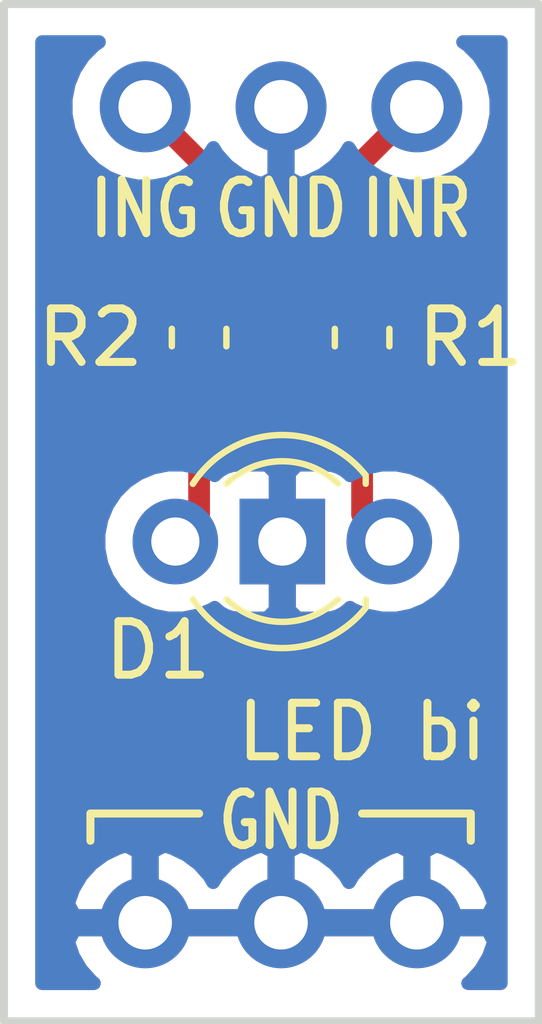
<source format=kicad_pcb>
(kicad_pcb (version 20171130) (host pcbnew "(5.1.9-0-10_14)")

  (general
    (thickness 1.6)
    (drawings 13)
    (tracks 8)
    (zones 0)
    (modules 5)
    (nets 6)
  )

  (page A4)
  (layers
    (0 F.Cu signal)
    (31 B.Cu signal)
    (32 B.Adhes user)
    (33 F.Adhes user)
    (34 B.Paste user)
    (35 F.Paste user)
    (36 B.SilkS user)
    (37 F.SilkS user)
    (38 B.Mask user)
    (39 F.Mask user)
    (40 Dwgs.User user)
    (41 Cmts.User user)
    (42 Eco1.User user)
    (43 Eco2.User user)
    (44 Edge.Cuts user)
    (45 Margin user)
    (46 B.CrtYd user hide)
    (47 F.CrtYd user hide)
    (48 B.Fab user hide)
    (49 F.Fab user hide)
  )

  (setup
    (last_trace_width 0.1524)
    (user_trace_width 0.1524)
    (user_trace_width 0.254)
    (user_trace_width 0.4064)
    (user_trace_width 0.635)
    (trace_clearance 0.1524)
    (zone_clearance 0.508)
    (zone_45_only no)
    (trace_min 0.1524)
    (via_size 0.6858)
    (via_drill 0.3048)
    (via_min_size 0.6858)
    (via_min_drill 0.3048)
    (uvia_size 0.3048)
    (uvia_drill 0.1524)
    (uvias_allowed no)
    (uvia_min_size 0.2)
    (uvia_min_drill 0.1)
    (edge_width 0.15)
    (segment_width 0.15)
    (pcb_text_width 0.3)
    (pcb_text_size 1.5 1.5)
    (mod_edge_width 0.15)
    (mod_text_size 1 1)
    (mod_text_width 0.15)
    (pad_size 1.524 1.524)
    (pad_drill 0.762)
    (pad_to_mask_clearance 0.2)
    (aux_axis_origin 0 0)
    (visible_elements FFFFFF7F)
    (pcbplotparams
      (layerselection 0x010fc_ffffffff)
      (usegerberextensions false)
      (usegerberattributes false)
      (usegerberadvancedattributes false)
      (creategerberjobfile false)
      (excludeedgelayer true)
      (linewidth 0.100000)
      (plotframeref false)
      (viasonmask false)
      (mode 1)
      (useauxorigin false)
      (hpglpennumber 1)
      (hpglpenspeed 20)
      (hpglpendiameter 15.000000)
      (psnegative false)
      (psa4output false)
      (plotreference true)
      (plotvalue true)
      (plotinvisibletext false)
      (padsonsilk false)
      (subtractmaskfromsilk false)
      (outputformat 1)
      (mirror false)
      (drillshape 1)
      (scaleselection 1)
      (outputdirectory ""))
  )

  (net 0 "")
  (net 1 GND)
  (net 2 "Net-(D1-Pad1)")
  (net 3 "Net-(D1-Pad3)")
  (net 4 ING)
  (net 5 INR)

  (net_class Default "This is the default net class."
    (clearance 0.1524)
    (trace_width 0.1524)
    (via_dia 0.6858)
    (via_drill 0.3048)
    (uvia_dia 0.3048)
    (uvia_drill 0.1524)
    (diff_pair_width 0.1524)
    (diff_pair_gap 0.1524)
    (add_net GND)
    (add_net ING)
    (add_net INR)
    (add_net "Net-(D1-Pad1)")
    (add_net "Net-(D1-Pad3)")
  )

  (module Connector_PinHeader_2.54mm:PinHeader_1x03_P2.54mm_Vertical (layer B.Cu) (tedit 5FD63A49) (tstamp 5FD70062)
    (at 103.64 73.16 270)
    (descr "Through hole straight pin header, 1x03, 2.54mm pitch, single row")
    (tags "Through hole pin header THT 1x03 2.54mm single row")
    (path /5FD63850)
    (fp_text reference J2 (at 0 2.33 270) (layer B.SilkS) hide
      (effects (font (size 1 1) (thickness 0.15)) (justify mirror))
    )
    (fp_text value GND (at 0 -7.41 270) (layer B.Fab)
      (effects (font (size 1 1) (thickness 0.15)) (justify mirror))
    )
    (fp_line (start -0.635 1.27) (end 1.27 1.27) (layer B.Fab) (width 0.1))
    (fp_line (start 1.27 1.27) (end 1.27 -6.35) (layer B.Fab) (width 0.1))
    (fp_line (start 1.27 -6.35) (end -1.27 -6.35) (layer B.Fab) (width 0.1))
    (fp_line (start -1.27 -6.35) (end -1.27 0.635) (layer B.Fab) (width 0.1))
    (fp_line (start -1.27 0.635) (end -0.635 1.27) (layer B.Fab) (width 0.1))
    (fp_line (start -1.8 1.8) (end -1.8 -6.85) (layer B.CrtYd) (width 0.05))
    (fp_line (start -1.8 -6.85) (end 1.8 -6.85) (layer B.CrtYd) (width 0.05))
    (fp_line (start 1.8 -6.85) (end 1.8 1.8) (layer B.CrtYd) (width 0.05))
    (fp_line (start 1.8 1.8) (end -1.8 1.8) (layer B.CrtYd) (width 0.05))
    (fp_text user %R (at 0 -2.54 180) (layer B.Fab)
      (effects (font (size 1 1) (thickness 0.15)) (justify mirror))
    )
    (pad 3 thru_hole oval (at 0 -5.08 270) (size 1.7 1.7) (drill 1) (layers *.Cu *.Mask)
      (net 1 GND))
    (pad 2 thru_hole oval (at 0 -2.54 270) (size 1.7 1.7) (drill 1) (layers *.Cu *.Mask)
      (net 1 GND))
    (pad 1 thru_hole oval (at 0 0 270) (size 1.7 1.7) (drill 1) (layers *.Cu *.Mask)
      (net 1 GND))
    (model ${KISYS3DMOD}/Connector_PinHeader_2.54mm.3dshapes/PinHeader_1x03_P2.54mm_Vertical.wrl
      (at (xyz 0 0 0))
      (scale (xyz 1 1 1))
      (rotate (xyz 0 0 0))
    )
  )

  (module LED_THT:LED_D3.0mm-3 (layer F.Cu) (tedit 5FD63A24) (tstamp 5FD70039)
    (at 108.704 66.04 180)
    (descr "LED, diameter 3.0mm, 2 pins, diameter 3.0mm, 3 pins, http://www.kingbright.com/attachments/file/psearch/000/00/00/L-3VSURKCGKC(Ver.8A).pdf")
    (tags "LED diameter 3.0mm 2 pins diameter 3.0mm 3 pins")
    (path /5FD639C8)
    (fp_text reference D1 (at 4.826 -2.032 180) (layer F.SilkS)
      (effects (font (size 1 1) (thickness 0.15)))
    )
    (fp_text value LED_Dual_ACA (at 2.54 2.96 180) (layer F.Fab)
      (effects (font (size 1 1) (thickness 0.15)))
    )
    (fp_line (start 6.21 -2.25) (end -1.19 -2.25) (layer F.CrtYd) (width 0.05))
    (fp_line (start 6.21 2.25) (end 6.21 -2.25) (layer F.CrtYd) (width 0.05))
    (fp_line (start -1.19 2.25) (end 6.21 2.25) (layer F.CrtYd) (width 0.05))
    (fp_line (start -1.19 -2.25) (end -1.19 2.25) (layer F.CrtYd) (width 0.05))
    (fp_line (start 0.94 1.08) (end 0.94 1.236) (layer F.SilkS) (width 0.12))
    (fp_line (start 0.94 -1.236) (end 0.94 -1.08) (layer F.SilkS) (width 0.12))
    (fp_line (start 1 -1.16619) (end 1 1.16619) (layer F.Fab) (width 0.1))
    (fp_circle (center 2.5 0) (end 4 0) (layer F.Fab) (width 0.1))
    (fp_arc (start 2.5 0) (end 1 -1.16619) (angle 284.3) (layer F.Fab) (width 0.1))
    (fp_arc (start 2.5 0) (end 0.94 -1.235516) (angle 108.8) (layer F.SilkS) (width 0.12))
    (fp_arc (start 2.5 0) (end 0.94 1.235516) (angle -108.8) (layer F.SilkS) (width 0.12))
    (fp_arc (start 2.5 0) (end 1.459039 -1.08) (angle 87.9) (layer F.SilkS) (width 0.12))
    (fp_arc (start 2.5 0) (end 1.459039 1.08) (angle -87.9) (layer F.SilkS) (width 0.12))
    (pad 1 thru_hole circle (at 0.5 0 180) (size 1.6 1.6) (drill 0.9) (layers *.Cu *.Mask)
      (net 2 "Net-(D1-Pad1)"))
    (pad 2 thru_hole rect (at 2.5 0 180) (size 1.6 1.6) (drill 0.9) (layers *.Cu *.Mask)
      (net 1 GND))
    (pad 3 thru_hole circle (at 4.5 0 180) (size 1.6 1.6) (drill 0.9) (layers *.Cu *.Mask)
      (net 3 "Net-(D1-Pad3)"))
    (model ${KISYS3DMOD}/LED_THT.3dshapes/LED_D3.0mm-3.wrl
      (at (xyz 0 0 0))
      (scale (xyz 1 1 1))
      (rotate (xyz 0 0 0))
    )
  )

  (module Connector_PinHeader_2.54mm:PinHeader_1x03_P2.54mm_Vertical (layer B.Cu) (tedit 5FD6398B) (tstamp 5FD7004C)
    (at 103.64 57.92 270)
    (descr "Through hole straight pin header, 1x03, 2.54mm pitch, single row")
    (tags "Through hole pin header THT 1x03 2.54mm single row")
    (path /5FD25C62)
    (fp_text reference J1 (at 0 2.33 270) (layer B.SilkS) hide
      (effects (font (size 1 1) (thickness 0.15)) (justify mirror))
    )
    (fp_text value IN (at 0 -7.41 270) (layer B.Fab)
      (effects (font (size 1 1) (thickness 0.15)) (justify mirror))
    )
    (fp_line (start 1.8 1.8) (end -1.8 1.8) (layer B.CrtYd) (width 0.05))
    (fp_line (start 1.8 -6.85) (end 1.8 1.8) (layer B.CrtYd) (width 0.05))
    (fp_line (start -1.8 -6.85) (end 1.8 -6.85) (layer B.CrtYd) (width 0.05))
    (fp_line (start -1.8 1.8) (end -1.8 -6.85) (layer B.CrtYd) (width 0.05))
    (fp_line (start -1.27 0.635) (end -0.635 1.27) (layer B.Fab) (width 0.1))
    (fp_line (start -1.27 -6.35) (end -1.27 0.635) (layer B.Fab) (width 0.1))
    (fp_line (start 1.27 -6.35) (end -1.27 -6.35) (layer B.Fab) (width 0.1))
    (fp_line (start 1.27 1.27) (end 1.27 -6.35) (layer B.Fab) (width 0.1))
    (fp_line (start -0.635 1.27) (end 1.27 1.27) (layer B.Fab) (width 0.1))
    (fp_text user %R (at 0 -2.54 180) (layer B.Fab)
      (effects (font (size 1 1) (thickness 0.15)) (justify mirror))
    )
    (pad 1 thru_hole oval (at 0 0 270) (size 1.7 1.7) (drill 1) (layers *.Cu *.Mask)
      (net 4 ING))
    (pad 2 thru_hole oval (at 0 -2.54 270) (size 1.7 1.7) (drill 1) (layers *.Cu *.Mask)
      (net 1 GND))
    (pad 3 thru_hole oval (at 0 -5.08 270) (size 1.7 1.7) (drill 1) (layers *.Cu *.Mask)
      (net 5 INR))
    (model ${KISYS3DMOD}/Connector_PinHeader_2.54mm.3dshapes/PinHeader_1x03_P2.54mm_Vertical.wrl
      (at (xyz 0 0 0))
      (scale (xyz 1 1 1))
      (rotate (xyz 0 0 0))
    )
  )

  (module Resistor_SMD:R_0603_1608Metric (layer F.Cu) (tedit 5B301BBD) (tstamp 5FD6F9D7)
    (at 107.696 62.23 90)
    (descr "Resistor SMD 0603 (1608 Metric), square (rectangular) end terminal, IPC_7351 nominal, (Body size source: http://www.tortai-tech.com/upload/download/2011102023233369053.pdf), generated with kicad-footprint-generator")
    (tags resistor)
    (path /5FD63B4A)
    (attr smd)
    (fp_text reference R1 (at 0 2.032) (layer F.SilkS)
      (effects (font (size 1 1) (thickness 0.15)))
    )
    (fp_text value 100 (at 0 1.43 90) (layer F.Fab)
      (effects (font (size 1 1) (thickness 0.15)))
    )
    (fp_line (start 1.48 0.73) (end -1.48 0.73) (layer F.CrtYd) (width 0.05))
    (fp_line (start 1.48 -0.73) (end 1.48 0.73) (layer F.CrtYd) (width 0.05))
    (fp_line (start -1.48 -0.73) (end 1.48 -0.73) (layer F.CrtYd) (width 0.05))
    (fp_line (start -1.48 0.73) (end -1.48 -0.73) (layer F.CrtYd) (width 0.05))
    (fp_line (start -0.162779 0.51) (end 0.162779 0.51) (layer F.SilkS) (width 0.12))
    (fp_line (start -0.162779 -0.51) (end 0.162779 -0.51) (layer F.SilkS) (width 0.12))
    (fp_line (start 0.8 0.4) (end -0.8 0.4) (layer F.Fab) (width 0.1))
    (fp_line (start 0.8 -0.4) (end 0.8 0.4) (layer F.Fab) (width 0.1))
    (fp_line (start -0.8 -0.4) (end 0.8 -0.4) (layer F.Fab) (width 0.1))
    (fp_line (start -0.8 0.4) (end -0.8 -0.4) (layer F.Fab) (width 0.1))
    (fp_text user %R (at 0 0 90) (layer F.Fab)
      (effects (font (size 0.4 0.4) (thickness 0.06)))
    )
    (pad 1 smd roundrect (at -0.7875 0 90) (size 0.875 0.95) (layers F.Cu F.Paste F.Mask) (roundrect_rratio 0.25)
      (net 2 "Net-(D1-Pad1)"))
    (pad 2 smd roundrect (at 0.7875 0 90) (size 0.875 0.95) (layers F.Cu F.Paste F.Mask) (roundrect_rratio 0.25)
      (net 5 INR))
    (model ${KISYS3DMOD}/Resistor_SMD.3dshapes/R_0603_1608Metric.wrl
      (at (xyz 0 0 0))
      (scale (xyz 1 1 1))
      (rotate (xyz 0 0 0))
    )
  )

  (module Resistor_SMD:R_0603_1608Metric (layer F.Cu) (tedit 5B301BBD) (tstamp 5FD70088)
    (at 104.648 62.23 90)
    (descr "Resistor SMD 0603 (1608 Metric), square (rectangular) end terminal, IPC_7351 nominal, (Body size source: http://www.tortai-tech.com/upload/download/2011102023233369053.pdf), generated with kicad-footprint-generator")
    (tags resistor)
    (path /5FD63B7D)
    (attr smd)
    (fp_text reference R2 (at 0 -2.032 180) (layer F.SilkS)
      (effects (font (size 1 1) (thickness 0.15)))
    )
    (fp_text value 100 (at 0 1.43 90) (layer F.Fab)
      (effects (font (size 1 1) (thickness 0.15)))
    )
    (fp_line (start 1.48 0.73) (end -1.48 0.73) (layer F.CrtYd) (width 0.05))
    (fp_line (start 1.48 -0.73) (end 1.48 0.73) (layer F.CrtYd) (width 0.05))
    (fp_line (start -1.48 -0.73) (end 1.48 -0.73) (layer F.CrtYd) (width 0.05))
    (fp_line (start -1.48 0.73) (end -1.48 -0.73) (layer F.CrtYd) (width 0.05))
    (fp_line (start -0.162779 0.51) (end 0.162779 0.51) (layer F.SilkS) (width 0.12))
    (fp_line (start -0.162779 -0.51) (end 0.162779 -0.51) (layer F.SilkS) (width 0.12))
    (fp_line (start 0.8 0.4) (end -0.8 0.4) (layer F.Fab) (width 0.1))
    (fp_line (start 0.8 -0.4) (end 0.8 0.4) (layer F.Fab) (width 0.1))
    (fp_line (start -0.8 -0.4) (end 0.8 -0.4) (layer F.Fab) (width 0.1))
    (fp_line (start -0.8 0.4) (end -0.8 -0.4) (layer F.Fab) (width 0.1))
    (fp_text user %R (at 0 0 90) (layer F.Fab)
      (effects (font (size 0.4 0.4) (thickness 0.06)))
    )
    (pad 1 smd roundrect (at -0.7875 0 90) (size 0.875 0.95) (layers F.Cu F.Paste F.Mask) (roundrect_rratio 0.25)
      (net 3 "Net-(D1-Pad3)"))
    (pad 2 smd roundrect (at 0.7875 0 90) (size 0.875 0.95) (layers F.Cu F.Paste F.Mask) (roundrect_rratio 0.25)
      (net 4 ING))
    (model ${KISYS3DMOD}/Resistor_SMD.3dshapes/R_0603_1608Metric.wrl
      (at (xyz 0 0 0))
      (scale (xyz 1 1 1))
      (rotate (xyz 0 0 0))
    )
  )

  (gr_line (start 109.728 71.12) (end 109.728 71.628) (layer F.SilkS) (width 0.15))
  (gr_line (start 107.696 71.12) (end 109.728 71.12) (layer F.SilkS) (width 0.15))
  (gr_line (start 102.616 71.12) (end 102.616 71.628) (layer F.SilkS) (width 0.15))
  (gr_line (start 104.648 71.12) (end 102.616 71.12) (layer F.SilkS) (width 0.15))
  (gr_text INR (at 108.72 59.825) (layer F.SilkS) (tstamp 5FD706B3)
    (effects (font (size 1 0.8) (thickness 0.15)))
  )
  (gr_text ING (at 103.64 59.825) (layer F.SilkS) (tstamp 5FD706B0)
    (effects (font (size 1 0.8) (thickness 0.15)))
  )
  (gr_text GND (at 106.18 71.255) (layer F.SilkS) (tstamp 5FD26967)
    (effects (font (size 1 0.75) (thickness 0.15)))
  )
  (gr_text GND (at 106.18 59.825) (layer F.SilkS) (tstamp 5FD2688E)
    (effects (font (size 1 0.8) (thickness 0.15)))
  )
  (gr_text "LED bi" (at 107.696 69.596) (layer F.SilkS) (tstamp 5FC9695F)
    (effects (font (size 1 0.95) (thickness 0.15)))
  )
  (gr_line (start 101 56) (end 101 75) (layer Edge.Cuts) (width 0.15))
  (gr_line (start 111 56) (end 101 56) (layer Edge.Cuts) (width 0.15))
  (gr_line (start 111 75) (end 111 56) (layer Edge.Cuts) (width 0.15))
  (gr_line (start 101 75) (end 111 75) (layer Edge.Cuts) (width 0.15))

  (segment (start 107.696 65.532) (end 108.204 66.04) (width 0.4064) (layer F.Cu) (net 2))
  (segment (start 107.696 63.0175) (end 107.696 65.532) (width 0.4064) (layer F.Cu) (net 2))
  (segment (start 104.648 65.596) (end 104.204 66.04) (width 0.4064) (layer F.Cu) (net 3))
  (segment (start 104.648 63.0175) (end 104.648 65.596) (width 0.4064) (layer F.Cu) (net 3))
  (segment (start 104.648 58.928) (end 103.64 57.92) (width 0.4064) (layer F.Cu) (net 4))
  (segment (start 104.648 61.4425) (end 104.648 58.928) (width 0.4064) (layer F.Cu) (net 4))
  (segment (start 107.696 58.944) (end 108.72 57.92) (width 0.4064) (layer F.Cu) (net 5))
  (segment (start 107.696 61.4425) (end 107.696 58.944) (width 0.4064) (layer F.Cu) (net 5))

  (zone (net 1) (net_name GND) (layer F.Cu) (tstamp 0) (hatch edge 0.508)
    (connect_pads (clearance 0.508))
    (min_thickness 0.254)
    (fill yes (arc_segments 16) (thermal_gap 0.508) (thermal_bridge_width 0.508))
    (polygon
      (pts
        (xy 101 56) (xy 111 56) (xy 111 75) (xy 101 75)
      )
    )
    (filled_polygon
      (pts
        (xy 102.693368 56.766525) (xy 102.486525 56.973368) (xy 102.32401 57.216589) (xy 102.212068 57.486842) (xy 102.155 57.77374)
        (xy 102.155 58.06626) (xy 102.212068 58.353158) (xy 102.32401 58.623411) (xy 102.486525 58.866632) (xy 102.693368 59.073475)
        (xy 102.936589 59.23599) (xy 103.206842 59.347932) (xy 103.49374 59.405) (xy 103.78626 59.405) (xy 103.809801 59.400317)
        (xy 103.8098 60.598258) (xy 103.785885 60.617885) (xy 103.679329 60.747725) (xy 103.60015 60.895858) (xy 103.551392 61.056592)
        (xy 103.534928 61.22375) (xy 103.534928 61.66125) (xy 103.551392 61.828408) (xy 103.60015 61.989142) (xy 103.679329 62.137275)
        (xy 103.755426 62.23) (xy 103.679329 62.322725) (xy 103.60015 62.470858) (xy 103.551392 62.631592) (xy 103.534928 62.79875)
        (xy 103.534928 63.23625) (xy 103.551392 63.403408) (xy 103.60015 63.564142) (xy 103.679329 63.712275) (xy 103.785885 63.842115)
        (xy 103.8098 63.861742) (xy 103.809801 64.655299) (xy 103.785426 64.660147) (xy 103.524273 64.76832) (xy 103.289241 64.925363)
        (xy 103.089363 65.125241) (xy 102.93232 65.360273) (xy 102.824147 65.621426) (xy 102.769 65.898665) (xy 102.769 66.181335)
        (xy 102.824147 66.458574) (xy 102.93232 66.719727) (xy 103.089363 66.954759) (xy 103.289241 67.154637) (xy 103.524273 67.31168)
        (xy 103.785426 67.419853) (xy 104.062665 67.475) (xy 104.345335 67.475) (xy 104.622574 67.419853) (xy 104.883727 67.31168)
        (xy 104.93921 67.274607) (xy 104.952815 67.291185) (xy 105.049506 67.370537) (xy 105.15982 67.429502) (xy 105.279518 67.465812)
        (xy 105.404 67.478072) (xy 105.91825 67.475) (xy 106.077 67.31625) (xy 106.077 66.167) (xy 106.057 66.167)
        (xy 106.057 65.913) (xy 106.077 65.913) (xy 106.077 64.76375) (xy 105.91825 64.605) (xy 105.4862 64.602419)
        (xy 105.4862 63.861741) (xy 105.510115 63.842115) (xy 105.616671 63.712275) (xy 105.69585 63.564142) (xy 105.744608 63.403408)
        (xy 105.761072 63.23625) (xy 105.761072 62.79875) (xy 105.744608 62.631592) (xy 105.69585 62.470858) (xy 105.616671 62.322725)
        (xy 105.540574 62.23) (xy 105.616671 62.137275) (xy 105.69585 61.989142) (xy 105.744608 61.828408) (xy 105.761072 61.66125)
        (xy 105.761072 61.22375) (xy 105.744608 61.056592) (xy 105.69585 60.895858) (xy 105.616671 60.747725) (xy 105.510115 60.617885)
        (xy 105.4862 60.598259) (xy 105.4862 59.226469) (xy 105.675901 59.316825) (xy 105.82311 59.361476) (xy 106.053 59.240155)
        (xy 106.053 58.047) (xy 106.033 58.047) (xy 106.033 57.793) (xy 106.053 57.793) (xy 106.053 57.773)
        (xy 106.307 57.773) (xy 106.307 57.793) (xy 106.327 57.793) (xy 106.327 58.047) (xy 106.307 58.047)
        (xy 106.307 59.240155) (xy 106.53689 59.361476) (xy 106.684099 59.316825) (xy 106.857801 59.234089) (xy 106.8578 60.598258)
        (xy 106.833885 60.617885) (xy 106.727329 60.747725) (xy 106.64815 60.895858) (xy 106.599392 61.056592) (xy 106.582928 61.22375)
        (xy 106.582928 61.66125) (xy 106.599392 61.828408) (xy 106.64815 61.989142) (xy 106.727329 62.137275) (xy 106.803426 62.23)
        (xy 106.727329 62.322725) (xy 106.64815 62.470858) (xy 106.599392 62.631592) (xy 106.582928 62.79875) (xy 106.582928 63.23625)
        (xy 106.599392 63.403408) (xy 106.64815 63.564142) (xy 106.727329 63.712275) (xy 106.833885 63.842115) (xy 106.8578 63.861742)
        (xy 106.857801 64.602801) (xy 106.48975 64.605) (xy 106.331 64.76375) (xy 106.331 65.913) (xy 106.351 65.913)
        (xy 106.351 66.167) (xy 106.331 66.167) (xy 106.331 67.31625) (xy 106.48975 67.475) (xy 107.004 67.478072)
        (xy 107.128482 67.465812) (xy 107.24818 67.429502) (xy 107.358494 67.370537) (xy 107.455185 67.291185) (xy 107.46879 67.274607)
        (xy 107.524273 67.31168) (xy 107.785426 67.419853) (xy 108.062665 67.475) (xy 108.345335 67.475) (xy 108.622574 67.419853)
        (xy 108.883727 67.31168) (xy 109.118759 67.154637) (xy 109.318637 66.954759) (xy 109.47568 66.719727) (xy 109.583853 66.458574)
        (xy 109.639 66.181335) (xy 109.639 65.898665) (xy 109.583853 65.621426) (xy 109.47568 65.360273) (xy 109.318637 65.125241)
        (xy 109.118759 64.925363) (xy 108.883727 64.76832) (xy 108.622574 64.660147) (xy 108.5342 64.642568) (xy 108.5342 63.861741)
        (xy 108.558115 63.842115) (xy 108.664671 63.712275) (xy 108.74385 63.564142) (xy 108.792608 63.403408) (xy 108.809072 63.23625)
        (xy 108.809072 62.79875) (xy 108.792608 62.631592) (xy 108.74385 62.470858) (xy 108.664671 62.322725) (xy 108.588574 62.23)
        (xy 108.664671 62.137275) (xy 108.74385 61.989142) (xy 108.792608 61.828408) (xy 108.809072 61.66125) (xy 108.809072 61.22375)
        (xy 108.792608 61.056592) (xy 108.74385 60.895858) (xy 108.664671 60.747725) (xy 108.558115 60.617885) (xy 108.5342 60.598259)
        (xy 108.5342 59.397135) (xy 108.57374 59.405) (xy 108.86626 59.405) (xy 109.153158 59.347932) (xy 109.423411 59.23599)
        (xy 109.666632 59.073475) (xy 109.873475 58.866632) (xy 110.03599 58.623411) (xy 110.147932 58.353158) (xy 110.205 58.06626)
        (xy 110.205 57.77374) (xy 110.147932 57.486842) (xy 110.03599 57.216589) (xy 109.873475 56.973368) (xy 109.666632 56.766525)
        (xy 109.582036 56.71) (xy 110.290001 56.71) (xy 110.29 74.29) (xy 109.676815 74.29) (xy 109.720269 74.257588)
        (xy 109.915178 74.041355) (xy 110.064157 73.791252) (xy 110.161481 73.516891) (xy 110.040814 73.287) (xy 108.847 73.287)
        (xy 108.847 73.307) (xy 108.593 73.307) (xy 108.593 73.287) (xy 106.307 73.287) (xy 106.307 73.307)
        (xy 106.053 73.307) (xy 106.053 73.287) (xy 103.767 73.287) (xy 103.767 73.307) (xy 103.513 73.307)
        (xy 103.513 73.287) (xy 102.319186 73.287) (xy 102.198519 73.516891) (xy 102.295843 73.791252) (xy 102.444822 74.041355)
        (xy 102.639731 74.257588) (xy 102.683185 74.29) (xy 101.71 74.29) (xy 101.71 72.803109) (xy 102.198519 72.803109)
        (xy 102.319186 73.033) (xy 103.513 73.033) (xy 103.513 71.839845) (xy 103.767 71.839845) (xy 103.767 73.033)
        (xy 106.053 73.033) (xy 106.053 71.839845) (xy 106.307 71.839845) (xy 106.307 73.033) (xy 108.593 73.033)
        (xy 108.593 71.839845) (xy 108.847 71.839845) (xy 108.847 73.033) (xy 110.040814 73.033) (xy 110.161481 72.803109)
        (xy 110.064157 72.528748) (xy 109.915178 72.278645) (xy 109.720269 72.062412) (xy 109.48692 71.888359) (xy 109.224099 71.763175)
        (xy 109.07689 71.718524) (xy 108.847 71.839845) (xy 108.593 71.839845) (xy 108.36311 71.718524) (xy 108.215901 71.763175)
        (xy 107.95308 71.888359) (xy 107.719731 72.062412) (xy 107.524822 72.278645) (xy 107.45 72.404255) (xy 107.375178 72.278645)
        (xy 107.180269 72.062412) (xy 106.94692 71.888359) (xy 106.684099 71.763175) (xy 106.53689 71.718524) (xy 106.307 71.839845)
        (xy 106.053 71.839845) (xy 105.82311 71.718524) (xy 105.675901 71.763175) (xy 105.41308 71.888359) (xy 105.179731 72.062412)
        (xy 104.984822 72.278645) (xy 104.91 72.404255) (xy 104.835178 72.278645) (xy 104.640269 72.062412) (xy 104.40692 71.888359)
        (xy 104.144099 71.763175) (xy 103.99689 71.718524) (xy 103.767 71.839845) (xy 103.513 71.839845) (xy 103.28311 71.718524)
        (xy 103.135901 71.763175) (xy 102.87308 71.888359) (xy 102.639731 72.062412) (xy 102.444822 72.278645) (xy 102.295843 72.528748)
        (xy 102.198519 72.803109) (xy 101.71 72.803109) (xy 101.71 56.71) (xy 102.777964 56.71)
      )
    )
  )
  (zone (net 1) (net_name GND) (layer B.Cu) (tstamp 0) (hatch edge 0.508)
    (connect_pads (clearance 0.508))
    (min_thickness 0.254)
    (fill yes (arc_segments 16) (thermal_gap 0.508) (thermal_bridge_width 0.508))
    (polygon
      (pts
        (xy 101 56) (xy 111 56) (xy 111 75) (xy 101 75)
      )
    )
    (filled_polygon
      (pts
        (xy 102.693368 56.766525) (xy 102.486525 56.973368) (xy 102.32401 57.216589) (xy 102.212068 57.486842) (xy 102.155 57.77374)
        (xy 102.155 58.06626) (xy 102.212068 58.353158) (xy 102.32401 58.623411) (xy 102.486525 58.866632) (xy 102.693368 59.073475)
        (xy 102.936589 59.23599) (xy 103.206842 59.347932) (xy 103.49374 59.405) (xy 103.78626 59.405) (xy 104.073158 59.347932)
        (xy 104.343411 59.23599) (xy 104.586632 59.073475) (xy 104.793475 58.866632) (xy 104.915195 58.684466) (xy 104.984822 58.801355)
        (xy 105.179731 59.017588) (xy 105.41308 59.191641) (xy 105.675901 59.316825) (xy 105.82311 59.361476) (xy 106.053 59.240155)
        (xy 106.053 58.047) (xy 106.033 58.047) (xy 106.033 57.793) (xy 106.053 57.793) (xy 106.053 57.773)
        (xy 106.307 57.773) (xy 106.307 57.793) (xy 106.327 57.793) (xy 106.327 58.047) (xy 106.307 58.047)
        (xy 106.307 59.240155) (xy 106.53689 59.361476) (xy 106.684099 59.316825) (xy 106.94692 59.191641) (xy 107.180269 59.017588)
        (xy 107.375178 58.801355) (xy 107.444805 58.684466) (xy 107.566525 58.866632) (xy 107.773368 59.073475) (xy 108.016589 59.23599)
        (xy 108.286842 59.347932) (xy 108.57374 59.405) (xy 108.86626 59.405) (xy 109.153158 59.347932) (xy 109.423411 59.23599)
        (xy 109.666632 59.073475) (xy 109.873475 58.866632) (xy 110.03599 58.623411) (xy 110.147932 58.353158) (xy 110.205 58.06626)
        (xy 110.205 57.77374) (xy 110.147932 57.486842) (xy 110.03599 57.216589) (xy 109.873475 56.973368) (xy 109.666632 56.766525)
        (xy 109.582036 56.71) (xy 110.290001 56.71) (xy 110.29 74.29) (xy 109.676815 74.29) (xy 109.720269 74.257588)
        (xy 109.915178 74.041355) (xy 110.064157 73.791252) (xy 110.161481 73.516891) (xy 110.040814 73.287) (xy 108.847 73.287)
        (xy 108.847 73.307) (xy 108.593 73.307) (xy 108.593 73.287) (xy 106.307 73.287) (xy 106.307 73.307)
        (xy 106.053 73.307) (xy 106.053 73.287) (xy 103.767 73.287) (xy 103.767 73.307) (xy 103.513 73.307)
        (xy 103.513 73.287) (xy 102.319186 73.287) (xy 102.198519 73.516891) (xy 102.295843 73.791252) (xy 102.444822 74.041355)
        (xy 102.639731 74.257588) (xy 102.683185 74.29) (xy 101.71 74.29) (xy 101.71 72.803109) (xy 102.198519 72.803109)
        (xy 102.319186 73.033) (xy 103.513 73.033) (xy 103.513 71.839845) (xy 103.767 71.839845) (xy 103.767 73.033)
        (xy 106.053 73.033) (xy 106.053 71.839845) (xy 106.307 71.839845) (xy 106.307 73.033) (xy 108.593 73.033)
        (xy 108.593 71.839845) (xy 108.847 71.839845) (xy 108.847 73.033) (xy 110.040814 73.033) (xy 110.161481 72.803109)
        (xy 110.064157 72.528748) (xy 109.915178 72.278645) (xy 109.720269 72.062412) (xy 109.48692 71.888359) (xy 109.224099 71.763175)
        (xy 109.07689 71.718524) (xy 108.847 71.839845) (xy 108.593 71.839845) (xy 108.36311 71.718524) (xy 108.215901 71.763175)
        (xy 107.95308 71.888359) (xy 107.719731 72.062412) (xy 107.524822 72.278645) (xy 107.45 72.404255) (xy 107.375178 72.278645)
        (xy 107.180269 72.062412) (xy 106.94692 71.888359) (xy 106.684099 71.763175) (xy 106.53689 71.718524) (xy 106.307 71.839845)
        (xy 106.053 71.839845) (xy 105.82311 71.718524) (xy 105.675901 71.763175) (xy 105.41308 71.888359) (xy 105.179731 72.062412)
        (xy 104.984822 72.278645) (xy 104.91 72.404255) (xy 104.835178 72.278645) (xy 104.640269 72.062412) (xy 104.40692 71.888359)
        (xy 104.144099 71.763175) (xy 103.99689 71.718524) (xy 103.767 71.839845) (xy 103.513 71.839845) (xy 103.28311 71.718524)
        (xy 103.135901 71.763175) (xy 102.87308 71.888359) (xy 102.639731 72.062412) (xy 102.444822 72.278645) (xy 102.295843 72.528748)
        (xy 102.198519 72.803109) (xy 101.71 72.803109) (xy 101.71 65.898665) (xy 102.769 65.898665) (xy 102.769 66.181335)
        (xy 102.824147 66.458574) (xy 102.93232 66.719727) (xy 103.089363 66.954759) (xy 103.289241 67.154637) (xy 103.524273 67.31168)
        (xy 103.785426 67.419853) (xy 104.062665 67.475) (xy 104.345335 67.475) (xy 104.622574 67.419853) (xy 104.883727 67.31168)
        (xy 104.93921 67.274607) (xy 104.952815 67.291185) (xy 105.049506 67.370537) (xy 105.15982 67.429502) (xy 105.279518 67.465812)
        (xy 105.404 67.478072) (xy 105.91825 67.475) (xy 106.077 67.31625) (xy 106.077 66.167) (xy 106.057 66.167)
        (xy 106.057 65.913) (xy 106.077 65.913) (xy 106.077 64.76375) (xy 106.331 64.76375) (xy 106.331 65.913)
        (xy 106.351 65.913) (xy 106.351 66.167) (xy 106.331 66.167) (xy 106.331 67.31625) (xy 106.48975 67.475)
        (xy 107.004 67.478072) (xy 107.128482 67.465812) (xy 107.24818 67.429502) (xy 107.358494 67.370537) (xy 107.455185 67.291185)
        (xy 107.46879 67.274607) (xy 107.524273 67.31168) (xy 107.785426 67.419853) (xy 108.062665 67.475) (xy 108.345335 67.475)
        (xy 108.622574 67.419853) (xy 108.883727 67.31168) (xy 109.118759 67.154637) (xy 109.318637 66.954759) (xy 109.47568 66.719727)
        (xy 109.583853 66.458574) (xy 109.639 66.181335) (xy 109.639 65.898665) (xy 109.583853 65.621426) (xy 109.47568 65.360273)
        (xy 109.318637 65.125241) (xy 109.118759 64.925363) (xy 108.883727 64.76832) (xy 108.622574 64.660147) (xy 108.345335 64.605)
        (xy 108.062665 64.605) (xy 107.785426 64.660147) (xy 107.524273 64.76832) (xy 107.46879 64.805393) (xy 107.455185 64.788815)
        (xy 107.358494 64.709463) (xy 107.24818 64.650498) (xy 107.128482 64.614188) (xy 107.004 64.601928) (xy 106.48975 64.605)
        (xy 106.331 64.76375) (xy 106.077 64.76375) (xy 105.91825 64.605) (xy 105.404 64.601928) (xy 105.279518 64.614188)
        (xy 105.15982 64.650498) (xy 105.049506 64.709463) (xy 104.952815 64.788815) (xy 104.93921 64.805393) (xy 104.883727 64.76832)
        (xy 104.622574 64.660147) (xy 104.345335 64.605) (xy 104.062665 64.605) (xy 103.785426 64.660147) (xy 103.524273 64.76832)
        (xy 103.289241 64.925363) (xy 103.089363 65.125241) (xy 102.93232 65.360273) (xy 102.824147 65.621426) (xy 102.769 65.898665)
        (xy 101.71 65.898665) (xy 101.71 56.71) (xy 102.777964 56.71)
      )
    )
  )
)

</source>
